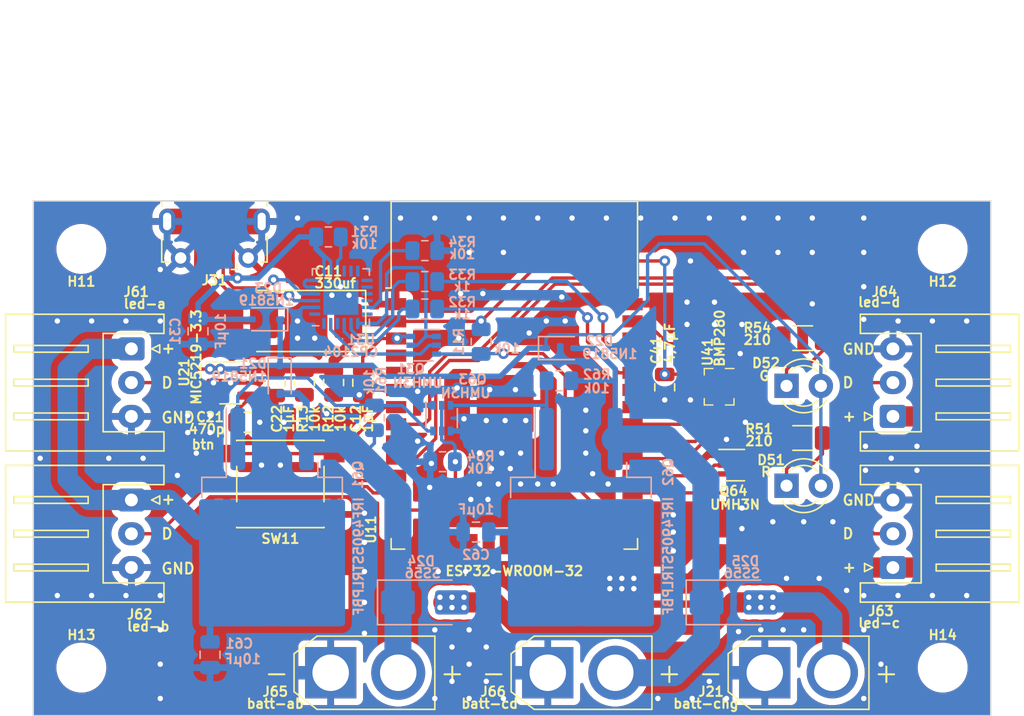
<source format=kicad_pcb>
(kicad_pcb (version 20221018) (generator pcbnew)
  (layers (0 "F.Cu" signal) (31 "B.Cu" signal) (34 "B.Paste" user) (35 "F.Paste" user) (36 "B.SilkS" user "B.Silkscreen") (37 "F.SilkS" user "F.Silkscreen") (38 "B.Mask" user) (39 "F.Mask" user) (44 "Edge.Cuts" user))
  (net 0 "")
  (net 1 "+3.3V")
  (net 2 "GND")
  (net 3 "/s-en")
  (net 4 "Net-(U21-BP)")
  (net 5 "VBUS")
  (net 6 "/v-led-ab")
  (net 7 "+5V")
  (net 8 "/v-led-cd")
  (net 9 "Net-(D51-K)")
  (net 10 "Net-(D52-K)")
  (net 11 "Net-(J31-D-)")
  (net 12 "Net-(J31-D+)")
  (net 14 "/ldata-a")
  (net 15 "/ldata-b")
  (net 16 "/ldata-c")
  (net 17 "/ldata-d")
  (net 18 "/s-boot")
  (net 19 "Net-(Q31A-B1)")
  (net 20 "Net-(Q31A-E1)")
  (net 21 "Net-(Q61-G)")
  (net 22 "/btn")
  (net 23 "Net-(U31-~{RST})")
  (net 24 "Net-(U31-TXD)")
  (net 25 "/s-rx")
  (net 26 "Net-(U31-RXD)")
  (net 27 "/s-tx")
  (net 28 "Net-(U31-SUSPEND)")
  (net 29 "/led-r")
  (net 30 "/led-g")
  (net 31 "leden")
  (net 47 "/bmp280-cs")
  (net 48 "/spi-clk")
  (net 49 "/spi-miso")
  (net 51 "i2c-sda")
  (net 52 "i2c-scl")
  (net 53 "/spi-mosi")
  (net 55 "+BATT-AB")
  (net 56 "+BATT-CD")
  (net 57 "Net-(D24-A)")
  (net 59 "Net-(U31-VDD)")
  (net 69 "Net-(Q62-G)")
  (net 70 "Net-(Q64A-C1)")
  (net 71 "Net-(Q64B-C2)")
  (footprint "Resistor_SMD:R_0805_2012Metric" (layer "F.Cu") (at 123.698 55.352 -90)
    (fp_text reference "R13")
    (fp_text value "10k")
  )
  (footprint "MountingHole:MountingHole_3.2mm_M3" (layer "F.Cu") (at 170.942 45.466)
    (fp_text reference "H12")
    (fp_text value "MountingHole" hide)
  )
  (footprint "Capacitor_Tantalum_SMD:CP_EIA-7343-20_Kemet-V" (layer "F.Cu") (at 123.825 50.8 180)
    (fp_text reference "C11")
    (fp_text value "330uf")
  )
  (footprint "Package_TO_SOT_SMD:SOT-23-5" (layer "F.Cu") (at 118.2425 55.372)
    (fp_text reference "U21")
    (fp_text value "MIC5219-3.3")
  )
  (footprint "Button_Switch_SMD:SW_Push_1P1T_NO_6x6mm_H9.5mm" (layer "F.Cu") (at 121.92 62.865 180)
    (fp_text reference "SW11")
    (fp_text value "btn")
  )
  (footprint "Package_TO_SOT_SMD:SOT-363_SC-70-6" (layer "F.Cu") (at 155.575 61.468)
    (fp_text reference "Q64")
    (fp_text value "UMH3N")
  )
  (footprint "MountingHole:MountingHole_3.2mm_M3" (layer "F.Cu") (at 170.942 76.454)
    (fp_text reference "H14")
    (fp_text value "MountingHole" hide)
  )
  (footprint "Connector_JST:JST_XH_S3B-XH-A_1x03_P2.50mm_Horizontal" (layer "F.Cu") (at 167.259 69.048 90)
    (fp_text reference "J63")
    (fp_text value "led-c")
  )
  (footprint "Capacitor_SMD:C_0805_2012Metric" (layer "F.Cu") (at 150.368 55.705 -90)
    (fp_text reference "C41")
    (fp_text value "4,7μF")
  )
  (footprint "MountingHole:MountingHole_3.2mm_M3" (layer "F.Cu") (at 107.188 76.454)
    (fp_text reference "H13")
    (fp_text value "MountingHole" hide)
  )
  (footprint "Connector_JST:JST_XH_S3B-XH-A_1x03_P2.50mm_Horizontal" (layer "F.Cu") (at 110.892 64.048 -90)
    (fp_text reference "J62")
    (fp_text value "led-b")
  )
  (footprint "Capacitor_SMD:C_0805_2012Metric" (layer "F.Cu") (at 128.016 55.372 -90)
    (fp_text reference "C12")
    (fp_text value "1μF")
  )
  (footprint "RF_Module:ESP32-WROOM-32" (layer "F.Cu") (at 139.237 57.805)
    (fp_text reference "U11")
    (fp_text value "ESP32-WROOM-32")
  )
  (footprint "Package_LGA:Bosch_LGA-8_2x2.5mm_P0.65mm_ClockwisePinNumbering" (layer "F.Cu") (at 154.394 55.667 -90)
    (fp_text reference "U41")
    (fp_text value "BMP280")
  )
  (footprint "LED_THT:LED_D3.0mm" (layer "F.Cu") (at 159.385 55.6006)
    (fp_text reference "D52")
    (fp_text value "G")
  )
  (footprint "Connector_AMASS:AMASS_XT30U-F_1x02_P5.0mm_Vertical" (layer "F.Cu") (at 125.643 76.835)
    (fp_text reference "J65")
    (fp_text value "batt-ab")
  )
  (footprint "MountingHole:MountingHole_3.2mm_M3" (layer "F.Cu") (at 107.188 45.466)
    (fp_text reference "H11")
    (fp_text value "MountingHole" hide)
  )
  (footprint "Connector_AMASS:AMASS_XT30U-F_1x02_P5.0mm_Vertical" (layer "F.Cu") (at 141.7104 76.835)
    (fp_text reference "J66")
    (fp_text value "batt-cd")
  )
  (footprint "Connector_JST:JST_XH_S3B-XH-A_1x03_P2.50mm_Horizontal" (layer "F.Cu") (at 167.259 57.86 90)
    (fp_text reference "J64")
    (fp_text value "led-d")
  )
  (footprint "Capacitor_SMD:C_0805_2012Metric" (layer "F.Cu") (at 121.539 55.372 -90)
    (fp_text reference "C22")
    (fp_text value "1μF")
  )
  (footprint "Connector_JST:JST_XH_S3B-XH-A_1x03_P2.50mm_Horizontal" (layer "F.Cu") (at 110.892 52.86 -90)
    (fp_text reference "J61")
    (fp_text value "led-a")
  )
  (footprint "LED_THT:LED_D3.0mm" (layer "F.Cu") (at 159.385 62.9901)
    (fp_text reference "D51")
    (fp_text value "R")
  )
  (footprint "Resistor_SMD:R_1206_3216Metric" (layer "F.Cu") (at 160.5788 59.4595)
    (fp_text reference "R51")
    (fp_text value "210")
  )
  (footprint "Capacitor_SMD:C_0805_2012Metric" (layer "F.Cu") (at 119.507 58.293)
    (fp_text reference "C21")
    (fp_text value "470p")
  )
  (footprint "Resistor_SMD:R_0805_2012Metric" (layer "F.Cu") (at 125.8625 55.352 -90)
    (fp_text reference "R12")
    (fp_text value "10k")
  )
  (footprint "Resistor_SMD:R_1206_3216Metric" (layer "F.Cu") (at 160.5788 52.07)
    (fp_text reference "R54")
    (fp_text value "210")
  )
  (footprint "Connector_AMASS:AMASS_XT30U-M_1x02_P5.0mm_Vertical" (layer "F.Cu") (at 157.774 76.835)
    (fp_text reference "J21")
    (fp_text value "batt-chg")
  )
  (footprint "Connector_USB:USB_Micro-B_Molex-105017-0001" (layer "F.Cu") (at 117.038 44.6715 180)
    (fp_text reference "J31")
    (fp_text value "USB_B_Micro" hide)
  )
  (footprint "Resistor_SMD:R_0805_2012Metric" (layer "B.Cu") (at 136.779 52.324 -90)
    (fp_text reference "R11")
    (fp_text value "10k")
  )
  (footprint "Resistor_SMD:R_0805_2012Metric" (layer "B.Cu") (at 128.8796 57.967 -90)
    (fp_text reference "R61")
    (fp_text value "10k")
  )
  (footprint "Package_DFN_QFN:QFN-24-1EP_4x4mm_P0.5mm_EP2.6x2.6mm" (layer "B.Cu") (at 126.3975 49.042)
    (fp_text reference "U31")
    (fp_text value "CP2104")
  )
  (footprint "Diode_SMD:D_SMA" (layer "B.Cu") (at 155.4668 71.628)
    (fp_text reference "D25")
    (fp_text value "SS56")
  )
  (footprint "Diode_SMD:D_SMA" (layer "B.Cu") (at 132.62 71.628)
    (fp_text reference "D24")
    (fp_text value "SS56")
  )
  (footprint "Diode_SMD:D_SOD-323" (layer "B.Cu") (at 121.8692 55.1348 -90)
    (fp_text reference "D21")
    (fp_text value "1N5819")
  )
  (footprint "Resistor_SMD:R_0805_2012Metric" (layer "B.Cu") (at 132.6115 45.593 180)
    (fp_text reference "R34")
    (fp_text value "10k")
  )
  (footprint "Package_TO_SOT_SMD:TO-263-2" (layer "B.Cu") (at 144.164 67.195 -90)
    (fp_text reference "Q62")
    (fp_text value "IRF4905STRLPBF")
  )
  (footprint "Capacitor_SMD:C_0805_2012Metric" (layer "B.Cu") (at 136.398 66.421)
    (fp_text reference "C62")
    (fp_text value "10μF")
  )
  (footprint "Resistor_SMD:R_0805_2012Metric" (layer "B.Cu") (at 125.476 44.577 180)
    (fp_text reference "R31")
    (fp_text value "10k")
  )
  (footprint "Diode_SMD:D_SOD-323" (layer "B.Cu") (at 120.8532 50.673 180)
    (fp_text reference "D23")
    (fp_text value "1N5819")
  )
  (footprint "Capacitor_SMD:C_0805_2012Metric" (layer "B.Cu") (at 115.824 51.562 -90)
    (fp_text reference "C31")
    (fp_text value "10μF")
  )
  (footprint "Package_TO_SOT_SMD:SOT-363_SC-70-6" (layer "B.Cu") (at 133.858 57.9905 -90)
    (fp_text reference "Q63")
    (fp_text value "UMH3N")
  )
  (footprint "Resistor_SMD:R_0805_2012Metric" (layer "B.Cu") (at 142.5429 55.2196)
    (fp_text reference "R62")
    (fp_text value "10k")
  )
  (footprint "Capacitor_SMD:C_0805_2012Metric" (layer "B.Cu") (at 116.713 75.504 -90)
    (fp_text reference "C61")
    (fp_text value "10μF")
  )
  (footprint "Package_TO_SOT_SMD:TO-263-2" (layer "B.Cu") (at 121.304 67.195 -90)
    (fp_text reference "Q61")
    (fp_text value "IRF4905STRLPBF")
  )
  (footprint "Resistor_SMD:R_0805_2012Metric" (layer "B.Cu") (at 133.924 61.214 180)
    (fp_text reference "R64")
    (fp_text value "10k")
  )
  (footprint "Package_TO_SOT_SMD:SOT-363_SC-70-6" (layer "B.Cu") (at 132.522 52.593 180)
    (fp_text reference "Q31")
    (fp_text value "UMH3N")
  )
  (footprint "Resistor_SMD:R_0805_2012Metric" (layer "B.Cu") (at 132.6115 49.911 180)
    (fp_text reference "R32")
    (fp_text value "1k")
  )
  (footprint "Diode_SMD:D_SOD-323" (layer "B.Cu") (at 142.6359 52.8066)
    (fp_text reference "D22")
    (fp_text value "1N5819")
  )
  (footprint "Resistor_SMD:R_0805_2012Metric" (layer "B.Cu") (at 132.6115 47.879 180)
    (fp_text reference "R33")
    (fp_text value "1k")
  )
  (gr_line (start 103.632 41.91) (end 103.632 80.01) (stroke (width 0.1)) (layer "Edge.Cuts"))
  (gr_line (start 103.632 80.01) (end 174.498 80.01) (stroke (width 0.1)) (layer "Edge.Cuts"))
  (gr_line (start 174.498 80.01) (end 174.498 41.91) (stroke (width 0.1)) (layer "Edge.Cuts"))
  (gr_line (start 174.498 41.91) (end 103.632 41.91) (stroke (width 0.1)) (layer "Edge.Cuts"))
  (gr_text "rwled-v0.1" (at 116.332 71.628) (layer "F.Cu") (effects (font (size 1.2 1.2) (thickness 0.3) bold) (justify left bottom)))
  (gr_text "+\n\nD\n\nGND" (at 113.03 58.42) (layer "F.SilkS") (effects (font (size 0.8 0.8) (thickness 0.15) bold) (justify left bottom)))
  (gr_text "+\n\nD\n\nGND" (at 113.03 69.596) (layer "F.SilkS") (effects (font (size 0.8 0.8) (thickness 0.15) bold) (justify left bottom)))
  (gr_text "GND\n\nD\n\n+" (at 163.449 58.293) (layer "F.SilkS") (effects (font (size 0.77 0.77) (thickness 0.15) bold) (justify left bottom)))
  (gr_text "GND\n\nD\n\n+" (at 163.449 69.469) (layer "F.SilkS") (effects (font (size 0.77 0.77) (thickness 0.15) bold) (justify left bottom)))
  (segment (start 119.38 54.422) (end 121.539 54.422) (width 0.5) (layer "F.Cu") (net 1))
  (segment (start 153.594 54.692) (end 153.997 54.692) (width 0.25) (layer "F.Cu") (net 1))
  (segment (start 126.9375 52.6405) (end 126.9375 50.8) (width 0.75) (layer "F.Cu") (net 1))
  (segment (start 125.8625 54.4395) (end 125.8625 53.7155) (width 0.75) (layer "F.Cu") (net 1))
  (segment (start 150.477 54.864) (end 150.368 54.755) (width 0.25) (layer "F.Cu") (net 1))
  (segment (start 150.368 54.755) (end 150.368 54.737) (width 0.25) (layer "F.Cu") (net 1))
  (segment (start 136.804 50.8) (end 141.249 46.355) (width 0.25) (layer "F.Cu") (net 1))
  (segment (start 154.169 55.753) (end 154.169 54.864) (width 0.25) (layer "F.Cu") (net 1))
  (segment (start 130.487 50.825) (end 126.9625 50.825) (width 0.75) (layer "F.Cu") (net 1))
  (segment (start 153.594 54.692) (end 151.683 54.692) (width 0.25) (layer "F.Cu") (net 1))
  (segment (start 126.9625 50.825) (end 126.9375 50.8) (width 0.75) (layer "F.Cu") (net 1))
  (segment (start 150.35 54.737) (end 150.368 54.755) (width 0.25) (layer "F.Cu") (net 1))
  (segment (start 141.249 46.355) (end 150.368 46.355) (width 0.25) (layer "F.Cu") (net 1))
  (segment (start 153.594 55.992) (end 153.93 55.992) (width 0.25) (layer "F.Cu") (net 1))
  (segment (start 151.638 54.737) (end 150.368 54.737) (width 0.25) (layer "F.Cu") (net 1))
  (segment (start 130.487 50.825) (end 136.779 50.825) (width 0.25) (layer "F.Cu") (net 1))
  (segment (start 123.698 54.4395) (end 125.8625 54.4395) (width 0.5) (layer "F.Cu") (net 1))
  (segment (start 123.6805 54.422) (end 123.698 54.4395) (width 0.5) (layer "F.Cu") (net 1))
  (segment (start 136.779 50.825) (end 136.779 50.8) (width 0.25) (layer "F.Cu") (net 1))
  (segment (start 125.8625 53.7155) (end 126.9375 52.6405) (width 0.75) (layer "F.Cu") (net 1))
  (segment (start 153.93 55.992) (end 154.169 55.753) (width 0.25) (layer "F.Cu") (net 1))
  (segment (start 153.997 54.692) (end 154.169 54.864) (width 0.25) (layer "F.Cu") (net 1))
  (segment (start 136.779 50.8) (end 136.804 50.8) (width 0.25) (layer "F.Cu") (net 1))
  (segment (start 151.683 54.692) (end 151.638 54.737) (width 0.25) (layer "F.Cu") (net 1))
  (segment (start 121.539 54.422) (end 123.6805 54.422) (width 0.5) (layer "F.Cu") (net 1))
  (segment (start 136.779 50.825) (end 136.779 50.825) (width 0.25) (layer "F.Cu") (net 1))
  (segment (start 150.368 54.737) (end 150.35 54.737) (width 0.25) (layer "F.Cu") (net 1))
  (via (at 150.368 46.355) (size 0.8) (drill 0.4) (layers "F.Cu" "B.Cu") (net 1))
  (via (at 136.779 50.8) (size 0.8) (drill 0.4) (layers "F.Cu" "B.Cu") (net 1))
  (via (at 150.368 54.737) (size 0.8) (drill 0.4) (layers "F.Cu" "B.Cu") (net 1))
  (segment (start 136.779 50.8) (end 136.779 51.4115) (width 0.25) (layer "B.Cu") (net 1))
  (segment (start 150.368 46.355) (end 150.368 54.737) (width 0.25) (layer "B.Cu") (net 1))
  (segment (start 128.016 57.404) (end 128.016 56.322) (width 0.25) (layer "F.Cu") (net 2))
  (segment (start 141.7104 76.835) (end 138.303 76.835) (width 1) (layer "F.Cu") (net 2))
  (segment (start 152.273 55.88) (end 152.273 56.642) (width 0.25) (layer "F.Cu") (net 2))
  (segment (start 155.194 54.692) (end 155.702 54.692) (width 0.25) (layer "F.Cu") (net 2))
  (segment (start 125.643 76.835) (end 122.555 76.835) (width 1) (layer "F.Cu") (net 2))
  (segment (start 115.738 46.134) (end 115.738 47.711) (width 0.4) (layer "F.Cu") (net 2))
  (segment (start 125.349 57.658) (end 127.762 57.658) (width 0.25) (layer "F.Cu") (net 2))
  (segment (start 155.956 53.213) (end 155.956 54.438) (width 0.25) (layer "F.Cu") (net 2))
  (segment (start 155.956 54.438) (end 155.702 54.692) (width 0.25) (layer "F.Cu") (net 2))
  (segment (start 154.625 60.818) (end 153.558 60.818) (width 0.25) (layer "F.Cu") (net 2))
  (segment (start 152.811 55.342) (end 152.273 55.88) (width 0.25) (layer "F.Cu") (net 2))
  (segment (start 127.762 57.658) (end 128.016 57.404) (width 0.25) (layer "F.Cu") (net 2))
  (segment (start 157.774 76.835) (end 154.559 76.835) (width 1) (layer "F.Cu") (net 2))
  (segment (start 121.539 57.658) (end 122.174 58.293) (width 0.5) (layer "F.Cu") (net 2))
  (segment (start 157.465 62.118) (end 156.525 62.118) (width 0.25) (layer "F.Cu") (net 2))
  (segment (start 153.594 55.342) (end 152.811 55.342) (width 0.25) (layer "F.Cu") (net 2))
  (segment (start 121.539 56.322) (end 121.539 57.658) (width 0.5) (layer "F.Cu") (net 2))
  (via (at 111.76 60.96) (size 0.8) (drill 0.4) (layers "F.Cu" "B.Cu") (net 2))
  (via (at 167.132 60.96) (size 0.8) (drill 0.4) (layers "F.Cu" "B.Cu") (net 2))
  (via (at 165.227 61.849) (size 0.8) (drill 0.4) (layers "F.Cu" "B.Cu") (net 2))
  (via (at 141.605 50.8) (size 0.8) (drill 0.4) (layers "F.Cu" "B.Cu") (net 2))
  (via (at 172.72 50.8) (size 0.8) (drill 0.4) (layers "F.Cu" "B.Cu") (net 2))
  (via (at 151.13 43.18) (size 0.8) (drill 0.4) (layers "F.Cu" "B.Cu") (net 2))
  (via (at 121.92 61.468) (size 0.8) (drill 0.4) (layers "F.Cu" "B.Cu") (net 2))
  (via (at 135.89 43.18) (size 0.8) (drill 0.4) (layers "F.Cu" "B.Cu") (net 2))
  (via (at 169.037 61.849) (size 0.8) (drill 0.4) (layers "F.Cu" "B.Cu") (net 2))
  (via (at 138.43 78.74) (size 0.8) (drill 0.4) (layers "F.Cu" "B.Cu") (net 2))
  (via (at 165.1 50.673) (size 0.8) (drill 0.4) (layers "F.Cu" "B.Cu") (net 2))
  (via (at 169.037 60.071) (size 0.8) (drill 0.4) (layers "F.Cu" "B.Cu") (net 2))
  (via (at 139.7 62.865) (size 0.8) (drill 0.4) (layers "F.Cu" "B.Cu") (net 2))
  (via (at 105.41 71.12) (size 0.8) (drill 0.4) (layers "F.Cu" "B.Cu") (net 2))
  (via (at 155.956 53.213) (size 0.8) (drill 0.4) (layers "F.Cu" "B.Cu") (net 2))
  (via (at 158.369 65.659) (size 0.8) (drill 0.4) (layers "F.Cu" "B.Cu") (net 2))
  (via (at 116.967 55.372) (size 0.8) (drill 0.4) (layers "F.Cu" "B.Cu") (net 2))
  (via (at 133.35 78.74) (size 0.8) (drill 0.4) (layers "F.Cu" "B.Cu") (net 2))
  (via (at 135.001 55.753) (size 0.8) (drill 0.4) (layers "F.Cu" "B.Cu") (net 2))
  (via (at 159.131 73.66) (size 0.8) (drill 0.4) (layers "F.Cu" "B.Cu") (net 2))
  (via (at 116.713 57.785) (size 0.8) (drill 0.4) (layers "F.Cu" "B.Cu") (net 2))
  (via (at 109.22 60.96) (size 0.8) (drill 0.4) (layers "F.Cu" "B.Cu") (net 2))
  (via (at 138.557 58.166) (size 0.8) (drill 0.4) (layers "F.Cu" "B.Cu") (net 2))
  (via (at 127.762 56.261) (size 0.8) (drill 0.4) (layers "F.Cu" "B.Cu") (net 2))
  (via (at 126.365 48.26) (size 0.8) (drill 0.4) (layers "F.Cu" "B.Cu") (net 2))
  (via (at 137.414 55.88) (size 0.8) (drill 0.4) (layers "F.Cu" "B.Cu") (net 2))
  (via (at 133.35 73.66) (size 0.8) (drill 0.4) (layers "F.Cu" "B.Cu") (net 2))
  (via (at 142.748 49.022) (size 0.8) (drill 0.4) (layers "F.Cu" "B.Cu") (net 2))
  (via (at 128.143 65.024) (size 0.8) (drill 0.4) (layers "F.Cu" "B.Cu") (net 2))
  (via (at 156.21 45.72) (size 0.8) (drill 0.4) (layers "F.Cu" "B.Cu") (net 2))
  (via (at 123.19 50.8) (size 0.8) (drill 0.4) (layers "F.Cu" "B.Cu") (net 2))
  (via (at 167.64 71.12) (size 0.8) (drill 0.4) (layers "F.Cu" "B.Cu") (net 2))
  (via (at 153.67 77.47) (size 0.8) (drill 0.4) (layers "F.Cu" "B.Cu") (net 2))
  (via (at 161.29 43.18) (size 0.8) (drill 0.4) (layers "F.Cu" "B.Cu") (net 2))
  (via (at 156.337 58.293) (size 0.8) (drill 0.4) (layers "F.Cu" "B.Cu") (net 2))
  (via (at 136.906 48.768) (size 0.8) (drill 0.4) (layers "F.Cu" "B.Cu") (net 2))
  (via (at 165.1 43.18) (size 0.8) (drill 0.4) (layers "F.Cu" "B.Cu") (net 2))
  (via (at 156.083 51.054) (size 0.8) (drill 0.4) (layers "F.Cu" "B.Cu") (net 2))
  (via (at 125.349 57.658) (size 0.8) (drill 0.4) (layers "F.Cu" "B.Cu") (net 2))
  (via (at 110.49 71.12) (size 0.8) (drill 0.4) (layers "F.Cu" "B.Cu") (net 2))
  (via (at 158.75 43.18) (size 0.8) (drill 0.4) (layers "F.Cu" "B.Cu") (net 2))
  (via (at 142.113 62.865) (size 0.8) (drill 0.4) (layers "F.Cu" "B.Cu") (net 2))
  (via (at 133.096 61.341) (size 0.8) (drill 0.4) (layers "F.Cu" "B.Cu") (net 2))
  (via (at 151.003 67.818) (size 0.8) (drill 0.4) (layers "F.Cu" "B.Cu") (net 2))
  (via (at 152.4 78.74) (size 0.8) (drill 0.4) (layers "F.Cu" "B.Cu") (net 2))
  (via (at 134.62 77.47) (size 0.8) (drill 0.4) (layers "F.Cu" "B.Cu") (net 2))
  (via (at 132.08 59.69) (size 0.8) (drill 0.4) (layers "F.Cu" "B.Cu") (net 2))
  (via (at 160.655 65.659) (size 0.8) (drill 0.4) (layers "F.Cu" "B.Cu") (net 2))
  (via (at 107.95 50.8) (size 0.8) (drill 0.4) (layers "F.Cu" "B.Cu") (net 2))
  (via (at 128.143 71.628) (size 0.8) (drill 0.4) (layers "F.Cu" "B.Cu") (net 2))
  (via (at 132.969 63.119) (size 0.8) (drill 0.4) (layers "F.Cu" "B.Cu") (net 2))
  (via (at 115.062 57.785) (size 0.8) (drill 0.4) (layers "F.Cu" "B.Cu") (net 2))
  (via (at 144.526 58.928) (size 0.8) (drill 0.4) (layers "F.Cu" "B.Cu") (net 2))
  (via (at 139.7 60.579) (size 0.8) (drill 0.4) (layers "F.Cu" "B.Cu") (net 2))
  (via (at 150.368 56.642) (size 0.8) (drill 0.4) (layers "F.Cu" "B.Cu") (net 2))
  (via (at 138.049 62.865) (size 0.8) (drill 0.4) (layers "F.Cu" "B.Cu") (net 2))
  (via (at 161.29 45.72) (size 0.8) (drill 0.4) (layers "F.Cu" "B.Cu") (net 2))
  (via (at 152.273 46.355) (size 0.8) (drill 0.4) (layers "F.Cu" "B.Cu") (net 2))
  (via (at 155.829 73.787) (size 0.8) (drill 0.4) (layers "F.Cu" "B.Cu") (net 2))
  (via (at 135.509 58.039) (size 0.8) (drill 0.4) (layers "F.Cu" "B.Cu") (net 2))
  (via (at 115.062 59.055) (size 0.8) (drill 0.4) (layers "F.Cu" "B.Cu") (net 2))
  (via (at 154.94 78.74) (size 0.8) (drill 0.4) (layers "F.Cu" "B.Cu") (net 2))
  (via (at 156.21 43.18) (size 0.8) (drill 0.4) (layers "F.Cu" "B.Cu") (net 2))
  (via (at 128.143 69.342) (size 0.8) (drill 0.4) (layers "F.Cu" "B.Cu") (net 2))
  (via (at 151.003 66.421) (size 0.8) (drill 0.4) (layers "F.Cu" "B.Cu") (net 2))
  (via (at 113.03 78.74) (size 0.8) (drill 0.4) (layers "F.Cu" "B.Cu") (net 2))
  (via (at 144.526 60.579) (size 0.8) (drill 0.4) (layers "F.Cu" "B.Cu") (net 2))
  (via (at 133.604 69.342) (size 0.8) (drill 0.4) (layers "F.Cu" "B.Cu") (net 2))
  (via (at 140.97 43.18) (size 0.8) (drill 0.4) (layers "F.Cu" "B.Cu") (net 2))
  (via (at 120.523 61.468) (size 0.8) (drill 0.4) (layers "F.Cu" "B.Cu") (net 2))
  (via (at 145.034 62.103) (size 0.8) (drill 0.4) (layers "F.Cu" "B.Cu") (net 2))
  (via (at 138.938 61.722) (size 0.8) (drill 0.4) (layers "F.Cu" "B.Cu") (net 2))
  (via (at 172.72 71.12) (size 0.8) (drill 0.4) (layers "F.Cu" "B.Cu") (net 2))
  (via (at 124.46 52.07) (size 0.8) (drill 0.4) (layers "F.Cu" "B.Cu") (net 2))
  (via (at 152.019 49.403) (size 0.8) (drill 0.4) (layers "F.Cu" "B.Cu") (net 2))
  (via (at 138.43 43.18) (size 0.8) (drill 0.4) (layers "F.Cu" "B.Cu") (net 2))
  (via (at 113.03 46.99) (size 0.8) (drill 0.4) (layers "F.Cu" "B.Cu") (net 2))
  (via (at 125.73 48.895) (size 0.8) (drill 0.4) (layers "F.Cu" "B.Cu") (net 2))
  (via (at 138.43 45.72) (size 0.8) (drill 0.4) (layers "F.Cu" "B.Cu") (net 2))
  (via (at 134.62 74.93) (size 0.8) (drill 0.4) (layers "F.Cu" "B.Cu") (net 2))
  (via (at 144.526 57.404) (size 0.8) (drill 0.4) (layers "F.Cu" "B.Cu") (net 2))
  (via (at 136.652 60.579) (size 0.8) (drill 0.4) (layers "F.Cu" "B.Cu") (net 2))
  (via (at 135.89 73.66) (size 0.8) (drill 0.4) (layers "F.Cu" "B.Cu") (net 2))
  (via (at 122.174 58.293) (size 0.8) (drill 0.4) (layers "F.Cu" "B.Cu") (net 2))
  (via (at 156.083 64.643) (size 0.8) (drill 0.4) (layers "F.Cu" "B.Cu") (net 2))
  (via (at 152.273 56.642) (size 0.8) (drill 0.4) (layers "F.Cu" "B.Cu") (net 2))
  (via (at 136.652 62.865) (size 0.8) (drill 0.4) (layers "F.Cu" "B.Cu") (net 2))
  (via (at 165.1 78.74) (size 0.8) (drill 0.4) (layers "F.Cu" "B.Cu") (net 2))
  (via (at 113.03 76.2) (size 0.8) (drill 0.4) (layers "F.Cu" "B.Cu") (net 2))
  (via (at 163.83 70.739) (size 0.8) (drill 0.4) (layers "F.Cu" "B.Cu") (net 2))
  (via (at 170.18 50.8) (size 0.8) (drill 0.4) (layers "F.Cu" "B.Cu") (net 2))
  (via (at 113.03 73.66) (size 0.8) (drill 0.4) (layers "F.Cu" "B.Cu") (net 2))
  (via (at 135.128 52.07) (size 0.8) (drill 0.4) (layers "F.Cu" "B.Cu") (net 2))
  (via (at 143.002 50.8) (size 0.8) (drill 0.4) (layers "F.Cu" "B.Cu") (net 2))
  (via (at 113.03 71.12) (size 0.8) (drill 0.4) (layers "F.Cu" "B.Cu") (net 2))
  (via (at 114.3 62.23) (size 0.8) (drill 0.4) (layers "F.Cu" "B.Cu") (net 2))
  (via (at 128.27 43.18) (size 0.8) (drill 0.4) (layers "F.Cu" "B.Cu") (net 2))
  (via (at 132.08 56.007) (size 0.8) (drill 0.4) (layers "F.Cu" "B.Cu") (net 2))
  (via (at 146.177 62.865) (size 0.8) (drill 0.4) (layers "F.Cu" "B.Cu") (net 2))
  (via (at 127 48.895) (size 0.8) (drill 0.4) (layers "F.Cu" "B.Cu") (net 2))
  (via (at 135.636 69.342) (size 0.8) (drill 0.4) (layers "F.Cu" "B.Cu") (net 2))
  (via (at 135.255 48.768) (size 0.8) (drill 0.4) (layers "F.Cu" "B.Cu") (net 2))
  (via (at 165.227 60.071) (size 0.8) (drill 0.4) (layers "F.Cu" "B.Cu") (net 2))
  (via (at 140.081 58.166) (size 0.8) (drill 0.4) (layers "F.Cu" "B.Cu") (net 2))
  (via (at 104.14 60.96) (size 0.8) (drill 0.4) (layers "F.Cu" "B.Cu") (net 2))
  (via (at 133.35 43.18) (size 0.8) (drill 0.4) (layers "F.Cu" "B.Cu") (net 2))
  (via (at 137.668 69.342) (size 0.8) (drill 0.4) (layers "F.Cu" "B.Cu") (net 2))
  (via (at 110.49 50.8) (size 0.8) (drill 0.4) (layers "F.Cu" "B.Cu") (net 2))
  (via (at 137.16 74.93) (size 0.8) (drill 0.4) (layers "F.Cu" "B.Cu") (net 2))
  (via (at 118.237 55.372) (size 0.8) (drill 0.4) (layers "F.Cu" "B.Cu") (net 2))
  (via (at 137.16 58.166) (size 0.8) (drill 0.4) (layers "F.Cu" "B.Cu") (net 2))
  (via (at 165.1 73.66) (size 0.8) (drill 0.4) (layers "F.Cu" "B.Cu") (net 2))
  (via (at 123.19 52.07) (size 0.8) (drill 0.4) (layers "F.Cu" "B.Cu") (net 2))
  (via (at 167.64 50.8) (size 0.8) (drill 0.4) (layers "F.Cu" "B.Cu") (net 2))
  (via (at 162.814 65.659) (size 0.8) (drill 0.4) (layers "F.Cu" "B.Cu") (net 2))
  (via (at 161.798 69.85) (size 0.8) (drill 0.4) (layers "F.Cu" "B.Cu") (net 2))
  (via (at 128.143 73.914) (size 0.8) (drill 0.4) (layers "F.Cu" "B.Cu") (net 2))
  (via (at 135.89 45.72) (size 0.8) (drill 0.4) (layers "F.Cu" "B.Cu") (net 2))
  (via (at 135.89 78.74) (size 0.8) (drill 0.4) (layers "F.Cu" "B.Cu") (net 2))
  (via (at 138.303 60.579) (size 0.8) (drill 0.4) (layers "F.Cu" "B.Cu") (net 2))
  (via (at 105.41 50.8) (size 0.8) (drill 0.4) (layers "F.Cu" "B.Cu") (net 2))
  (via (at 161.29 49.53) (size 0.8) (drill 0.4) (layers "F.Cu" "B.Cu") (net 2))
  (via (at 146.05 43.18) (size 0.8) (drill 0.4) (layers "F.Cu" "B.Cu") (net 2))
  (via (at 154.051 51.054) (size 0.8) (drill 0.4) (layers "F.Cu" "B.Cu") (net 2))
  (via (at 139.319 55.88) (size 0.8) (drill 0.4) (layers "F.Cu" "B.Cu") (net 2))
  (via (at 170.18 71.12) (size 0.8) (drill 0.4) (layers "F.Cu" "B.Cu") (net 2))
  (via (at 136.017 64.008) (size 0.8) (drill 0.4) (layers "F.Cu" "B.Cu") (net 2))
  (via (at 166.37 76.2) (size 0.8) (drill 0.4) (layers "F.Cu" "B.Cu") (net 2))
  (via (at 137.541 61.722) (size 0.8) (drill 0.4) (layers "F.Cu" "B.Cu") (net 2))
  (via (at 135.89 76.2) (size 0.8) (drill 0.4) (layers "F.Cu" "B.Cu") (net 2))
  (via (at 116.713 59.055) (size 0.8) (drill 0.4) (layers "F.Cu" "B.Cu") (net 2))
  (via (at 149.86 78.74) (size 0.8) (drill 0.4) (layers "F.Cu" "B.Cu") (net 2))
  (via (at 143.51 43.18) (size 0.8) (drill 0.4) (layers "F.Cu" "B.Cu") (net 2))
  (via (at 157.48 73.66) (size 0.8) (drill 0.4) (layers "F.Cu" "B.Cu") (net 2))
  (via (at 156.083 66.167) (size 0.8) (drill 0.4) (layers "F.Cu" "B.Cu") (net 2))
  (via (at 165.1 48.26) (size 0.8) (drill 0.4) (layers "F.Cu" "B.Cu") (net 2))
  (via (at 165.1 71.12) (size 0.8) (drill 0.4) (layers "F.Cu" "B.Cu") (net 2))
  (via (at 154.94 59.563) (size 0.8) (drill 0.4) (layers "F.Cu" "B.Cu") (net 2))
  (via (at 137.287 64.008) (size 0.8) (drill 0.4) (layers "F.Cu" "B.Cu") (net 2))
  (via (at 151.003 65.151) (size 0.8) (drill 0.4) (layers "F.Cu" "B.Cu") (net 2))
  (via (at 158.75 45.72) (size 0.8) (drill 0.4) (layers "F.Cu" "B.Cu") (net 2))
  (via (at 130.81 43.18) (size 0.8) (drill 0.4) (layers "F.Cu" "B.Cu") (net 2))
  (via (at 153.67 43.18) (size 0.8) (drill 0.4) (layers "F.Cu" "B.Cu") (net 2))
  (via (at 137.16 77.47) (size 0.8) (drill 0.4) (layers "F.Cu" "B.Cu") (net 2))
  (via (at 128.143 67.183) (size 0.8) (drill 0.4) (layers "F.Cu" "B.Cu") (net 2))
  (via (at 113.03 50.8) (size 0.8) (drill 0.4) (layers "F.Cu" "B.Cu") (net 2))
  (via (at 165.1 45.72) (size 0.8) (drill 0.4) (layers "F.Cu" "B.Cu") (net 2))
  (via (at 115.697 60.579) (size 0.8) (drill 0.4) (layers "F.Cu" "B.Cu") (net 2))
  (via (at 107.95 71.12) (size 0.8) (drill 0.4) (layers "F.Cu" "B.Cu") (net 2))
  (via (at 154.051 49.403) (size 0.8) (drill 0.4) (layers "F.Cu" "B.Cu") (net 2))
  (via (at 140.335 51.689) (size 0.8) (drill 0.4) (layers "F.Cu" "B.Cu") (net 2))
  (via (at 159.385 69.85) (size 0.8) (drill 0.4) (layers "F.Cu" "B.Cu") (net 2))
  (via (at 120.396 58.293) (size 0.8) (drill 0.4) (layers "F.Cu" "B.Cu") (net 2))
  (via (at 140.97 62.865) (size 0.8) (drill 0.4) (layers "F.Cu" "B.Cu") (net 2))
  (via (at 160.655 73.66) (size 0.8) (drill 0.4) (layers "F.Cu" "B.Cu") (net 2))
  (via (at 123.19 43.18) (size 0.8) (drill 0.4) (layers "F.Cu" "B.Cu") (net 2))
  (via (at 148.59 43.18) (size 0.8) (drill 0.4) (layers "F.Cu" "B.Cu") (net 2))
  (via (at 152.019 51.054) (size 0.8) (drill 0.4) (layers "F.Cu" "B.Cu") (net 2))
  (segment (start 135.2425 58.9405) (end 135.509 58.674) (width 0.25) (layer "B.Cu") (net 2))
  (segment (start 141.7104 76.835) (end 138.303 76.835) (width 1) (layer "B.Cu") (net 2))
  (segment (start 123.563 49.792) (end 123.19 50.165) (width 0.25) (layer "B.Cu") (net 2))
  (segment (start 123.19 50.165) (end 123.19 50.8) (width 0.25) (layer "B.Cu") (net 2))
  (segment (start 124.46 49.792) (end 123.563 49.792) (width 0.25) (layer "B.Cu") (net 2))
  (segment (start 132.08 56.007) (end 132.08 56.896) (width 0.25) (layer "B.Cu") (net 2))
  (segment (start 157.774 76.835) (end 154.559 76.835) (width 1) (layer "B.Cu") (net 2))
  (segment (start 135.509 58.674) (end 135.509 58.039) (width 0.25) (layer "B.Cu") (net 2))
  (segment (start 132.2245 57.0405) (end 133.208 57.0405) (width 0.25) (layer "B.Cu") (net 2))
  (segment (start 132.08 56.896) (end 132.2245 57.0405) (width 0.25) (layer "B.Cu") (net 2))
  (segment (start 125.643 76.835) (end 121.92 76.835) (width 1) (layer "B.Cu") (net 2))
  (segment (start 134.508 58.9405) (end 135.2425 58.9405) (width 0.25) (layer "B.Cu") (net 2))
  (segment (start 127.764 55.497) (end 128.016 55.245) (width 0.25) (layer "F.Cu") (net 3))
  (segment (start 128.016 53.467) (end 128.016 54.422) (width 0.25) (layer "F.Cu") (net 3))
  (segment (start 125.986 55.497) (end 127.764 55.497) (width 0.25) (layer "F.Cu") (net 3))
  (segment (start 125.8625 56.2645) (end 125.8625 55.6205) (width 0.25) (layer "F.Cu") (net 3))
  (segment (start 128.016 55.245) (end 128.016 54.422) (width 0.25) (layer "F.Cu") (net 3))
  (segment (start 125.8625 55.6205) (end 125.986 55.497) (width 0.25) (layer "F.Cu") (net 3))
  (segment (start 130.487 52.095) (end 129.388 52.095) (width 0.25) (layer "F.Cu") (net 3))
  (segment (start 129.388 52.095) (end 128.016 53.467) (width 0.25) (layer "F.Cu") (net 3))
  (via (at 130.556 52.07) (size 0.8) (drill 0.4) (layers "F.Cu" "B.Cu") (net 3))
  (segment (start 130.683 51.943) (end 130.556 52.07) (width 0.25) (layer "B.Cu") (net 3))
  (segment (start 131.572 51.943) (end 130.683 51.943) (width 0.25) (layer "B.Cu") (net 3))
  (segment (start 118.999 57.15) (end 118.745 57.15) (width 0.25) (layer "F.Cu") (net 4))
  (segment (start 118.557 57.343) (end 118.745 57.155) (width 0.25) (layer "F.Cu") (net 4))
  (segment (start 119.38 56.769) (end 118.999 57.15) (width 0.25) (layer "F.Cu") (net 4))
  (segment (start 118.745 57.155) (end 118.745 57.15) (width 0.25) (layer "F.Cu") (net 4))
  (segment (start 118.557 57.343) (end 118.557 58.293) (width 0.25) (layer "F.Cu") (net 4))
  (segment (start 119.38 56.322) (end 119.38 56.769) (width 0.25) (layer "F.Cu") (net 4))
  (segment (start 118.338 46.134) (end 118.338 47.218) (width 0.4) (layer "F.Cu") (net 5))
  (segment (start 118.338 47.218) (end 118.745 47.625) (width 0.4) (layer "F.Cu") (net 5))
  (via (at 118.745 47.625) (size 0.8) (drill 0.4) (layers "F.Cu" "B.Cu") (net 5))
  (segment (start 115.824 49.53) (end 117.729 47.625) (width 0.4) (layer "B.Cu") (net 5))
  (segment (start 125.1475 46.1755) (end 125.222 46.101) (width 0.25) (layer "B.Cu") (net 5))
  (segment (start 118.745 47.625) (end 120.269 47.625) (width 0.4) (layer "B.Cu") (net 5))
  (segment (start 115.824 50.612) (end 115.885 50.673) (width 0.4) (layer "B.Cu") (net 5))
  (segment (start 125.349 46.101) (end 125.222 46.101) (width 0.25) (layer "B.Cu") (net 5))
  (segment (start 117.729 47.625) (end 118.745 47.625) (width 0.4) (layer "B.Cu") (net 5))
  (segment (start 124.5635 44.577) (end 124.5635 45.4425) (width 0.4) (layer "B.Cu") (net 5))
  (segment (start 125.1475 47.1045) (end 125.1475 46.1755) (width 0.25) (layer "B.Cu") (net 5))
  (segment (start 125.6475 46.3995) (end 125.349 46.101) (width 0.25) (layer "B.Cu") (net 5))
  (segment (start 115.885 50.673) (end 119.8032 50.673) (width 0.4) (layer "B.Cu") (net 5))
  (segment (start 120.269 47.625) (end 123.317 44.577) (width 0.4) (layer "B.Cu") (net 5))
  (segment (start 124.5635 45.4425) (end 125.222 46.101) (width 0.4) (layer "B.Cu") (net 5))
  (segment (start 125.6475 47.1045) (end 125.6475 46.3995) (width 0.25) (layer "B.Cu") (net 5))
  (segment (start 123.317 44.577) (end 124.5635 44.577) (width 0.4) (layer "B.Cu") (net 5))
  (segment (start 115.824 50.612) (end 115.824 49.53) (width 0.4) (layer "B.Cu") (net 5))
  (segment (start 106.172 54.384) (end 107.696 52.86) (width 1.5) (layer "B.Cu") (net 6))
  (segment (start 113.705 64.048) (end 115.927 66.27) (width 1.5) (layer "B.Cu") (net 6))
  (segment (start 110.892 64.048) (end 107.736 64.048) (width 1.5) (layer "B.Cu") (net 6))
  (segment (start 106.172 62.484) (end 106.172 54.384) (width 1.5) (layer "B.Cu") (net 6))
  (segment (start 107.736 64.048) (end 106.172 62.484) (width 1.5) (layer "B.Cu") (net 6))
  (segment (start 115.927 66.27) (end 118.529 66.27) (width 1.5) (layer "B.Cu") (net 6))
  (segment (start 107.696 52.86) (end 110.892 52.86) (width 1.5) (layer "B.Cu") (net 6))
  (segment (start 110.892 64.048) (end 113.705 64.048) (width 1.5) (layer "B.Cu") (net 6))
  (segment (start 116.713 74.554) (end 116.713 72.936) (width 0.5) (layer "B.Cu") (net 6))
  (segment (start 116.713 72.936) (end 118.529 71.12) (width 0.5) (layer "B.Cu") (net 6))
  (segment (start 117.105 56.322) (end 115.504 56.322) (width 0.25) (layer "F.Cu") (net 7))
  (segment (start 115.57 54.356) (end 115.189 54.737) (width 0.25) (layer "F.Cu") (net 7))
  (segment (start 115.504 56.322) (end 115.189 56.007) (width 0.25) (layer "F.Cu") (net 7))
  (segment (start 115.189 56.007) (end 115.189 54.737) (width 0.25) (layer "F.Cu") (net 7))
  (segment (start 115.57 54.356) (end 116.713 54.356) (width 0.25) (layer "F.Cu") (net 7))
  (via (at 116.713 54.356) (size 0.8) (drill 0.4) (layers "F.Cu" "B.Cu") (net 7))
  (via (at 117.475 54.356) (size 0.8) (drill 0.4) (layers "F.Cu" "B.Cu") (net 7))
  (segment (start 119.634 54.356) (end 117.475 54.356) (width 0.4) (layer "B.Cu") (net 7))
  (segment (start 138.2014 54.8894) (end 140.2842 52.8066) (width 0.4) (layer "B.Cu") (net 7))
  (segment (start 149.098 49.276) (end 149.098 45.974) (width 0.25) (layer "B.Cu") (net 7))
  (segment (start 141.5859 52.0891) (end 141.859 51.816) (width 0.25) (layer "B.Cu") (net 7))
  (segment (start 121.9032 54.0508) (end 121.8692 54.0848) (width 0.4) (layer "B.Cu") (net 7))
  (segment (start 149.987 45.085) (end 153.289 45.085) (width 0.25) (layer "B.Cu") (net 7))
  (segment (start 121.8692 54.0848) (end 128.71 54.0848) (width 0.4) (layer "B.Cu") (net 7))
  (segment (start 146.558 51.816) (end 149.098 49.276) (width 0.25) (layer "B.Cu") (net 7))
  (segment (start 121.9032 50.673) (end 121.9032 54.0508) (width 0.4) (layer "B.Cu") (net 7))
  (segment (start 121.8692 54.0848) (end 119.9052 54.0848) (width 0.4) (layer "B.Cu") (net 7))
  (segment (start 128.71 54.0848) (end 129.5146 54.8894) (width 0.4) (layer "B.Cu") (net 7))
  (segment (start 161.925 53.721) (end 161.925 55.6006) (width 0.25) (layer "B.Cu") (net 7))
  (segment (start 141.859 51.816) (end 146.558 51.816) (width 0.25) (layer "B.Cu") (net 7))
  (segment (start 149.098 45.974) (end 149.987 45.085) (width 0.25) (layer "B.Cu") (net 7))
  (segment (start 117.475 54.356) (end 116.713 54.356) (width 0.4) (layer "B.Cu") (net 7))
  (segment (start 153.289 45.085) (end 161.925 53.721) (width 0.25) (layer "B.Cu") (net 7))
  (segment (start 161.925 62.9901) (end 161.925 55.6006) (width 0.25) (layer "B.Cu") (net 7))
  (segment (start 141.5859 52.8066) (end 141.5859 52.0891) (width 0.25) (layer "B.Cu") (net 7))
  (segment (start 140.2842 52.8066) (end 141.5859 52.8066) (width 0.4) (layer "B.Cu") (net 7))
  (segment (start 119.9052 54.0848) (end 119.634 54.356) (width 0.4) (layer "B.Cu") (net 7))
  (segment (start 129.5146 54.8894) (end 138.2014 54.8894) (width 0.4) (layer "B.Cu") (net 7))
  (segment (start 146.558 70.231) (end 152.36 70.231) (width 1.5) (layer "F.Cu") (net 8))
  (segment (start 154.519 68.072) (end 163.997 68.072) (width 1.5) (layer "F.Cu") (net 8))
  (segment (start 170.474 69.048) (end 167.259 69.048) (width 1.5) (layer "F.Cu") (net 8))
  (segment (start 152.36 70.231) (end 154.519 68.072) (width 1.5) (layer "F.Cu") (net 8))
  (segment (start 170.509 57.86) (end 172.339 59.69) (width 1.5) (layer "F.Cu") (net 8))
  (segment (start 172.339 67.183) (end 170.474 69.048) (width 1.5) (layer "F.Cu") (net 8))
  (segment (start 167.259 57.86) (end 170.509 57.86) (width 1.5) (layer "F.Cu") (net 8))
  (segment (start 172.339 59.69) (end 172.339 67.183) (width 1.5) (layer "F.Cu") (net 8))
  (segment (start 163.997 68.072) (end 164.973 69.048) (width 1.5) (layer "F.Cu") (net 8))
  (segment (start 164.973 69.048) (end 167.259 69.048) (width 1.5) (layer "F.Cu") (net 8))
  (via (at 147.193 70.612) (size 0.8) (drill 0.4) (layers "F.Cu" "B.Cu") (net 8))
  (via (at 147.193 69.85) (size 0.8) (drill 0.4) (layers "F.Cu" "B.Cu") (net 8))
  (via (at 148.082 70.612) (size 0.8) (drill 0.4) (layers "F.Cu" "B.Cu") (net 8))
  (via (at 146.304 69.85) (size 0.8) (drill 0.4) (layers "F.Cu" "B.Cu") (net 8))
  (via (at 146.304 70.612) (size 0.8) (drill 0.4) (layers "F.Cu" "B.Cu") (net 8))
  (via (at 148.082 69.85) (size 0.8) (drill 0.4) (layers "F.Cu" "B.Cu") (net 8))
  (segment (start 137.348 66.421) (end 141.238 66.421) (width 0.5) (layer "B.Cu") (net 8))
  (segment (start 141.238 66.421) (end 141.389 66.27) (width 0.5) (layer "B.Cu") (net 8))
  (segment (start 162.0413 60.6405) (end 161.3408 61.341) (width 0.25) (layer "F.Cu") (net 9))
  (segment (start 161.3408 61.341) (end 159.8168 61.341) (width 0.25) (layer "F.Cu") (net 9))
  (segment (start 159.385 61.7728) (end 159.385 62.9901) (width 0.25) (layer "F.Cu") (net 9))
  (segment (start 159.8168 61.341) (end 159.385 61.7728) (width 0.25) (layer "F.Cu") (net 9))
  (segment (start 162.0413 59.4595) (end 162.0413 60.6405) (width 0.25) (layer "F.Cu") (net 9))
  (segment (start 162.0413 53.0205) (end 161.2138 53.848) (width 0.25) (layer "F.Cu") (net 10))
  (segment (start 162.0413 52.07) (end 162.0413 53.0205) (width 0.25) (layer "F.Cu") (net 10))
  (segment (start 159.9438 53.848) (end 159.385 54.4068) (width 0.25) (layer "F.Cu") (net 10))
  (segment (start 159.385 54.4068) (end 159.385 55.6006) (width 0.25) (layer "F.Cu") (net 10))
  (segment (start 161.2138 53.848) (end 159.9438 53.848) (width 0.25) (layer "F.Cu") (net 10))
  (segment (start 117.688 46.134) (end 117.688 47.593305) (width 0.25) (layer "F.Cu") (net 11))
  (segment (start 118.444695 48.35) (end 120.814 48.35) (width 0.25) (layer "F.Cu") (net 11))
  (segment (start 117.688 47.593305) (end 118.444695 48.35) (width 0.25) (layer "F.Cu") (net 11))
  (segment (start 120.814 48.35) (end 121.412 47.752) (width 0.25) (layer "F.Cu") (net 11))
  (via (at 121.412 47.752) (size 0.8) (drill 0.4) (layers "F.Cu" "B.Cu") (net 11))
  (segment (start 122.437305 47.752) (end 123.477305 48.792) (width 0.25) (layer "B.Cu") (net 11))
  (segment (start 121.412 47.752) (end 122.437305 47.752) (width 0.25) (layer "B.Cu") (net 11))
  (segment (start 123.477305 48.792) (end 124.46 48.792) (width 0.25) (layer "B.Cu") (net 11))
  (segment (start 117.038 47.579701) (end 118.353299 48.895) (width 0.25) (layer "F.Cu") (net 12))
  (segment (start 118.353299 48.895) (end 122.555 48.895) (width 0.25) (layer "F.Cu") (net 12))
  (segment (start 117.038 46.134) (end 117.038 47.579701) (width 0.25) (layer "F.Cu") (net 12))
  (segment (start 122.555 48.895) (end 122.523 48.8) (width 0.25) (layer "F.Cu") (net 12))
  (via (at 122.555 48.895) (size 0.8) (drill 0.4) (layers "F.Cu" "B.Cu") (net 12))
  (segment (start 122.555 48.895) (end 122.952 49.292) (width 0.25) (layer "B.Cu") (net 12))
  (segment (start 122.952 49.292) (end 124.46 49.292) (width 0.25) (layer "B.Cu") (net 12))
  (segment (start 128.651 62.255) (end 128.295 62.611) (width 0.25) (layer "F.Cu") (net 14))
  (segment (start 114.173 60.452) (end 114.173 56.769) (width 0.25) (layer "F.Cu") (net 14))
  (segment (start 130.487 62.255) (end 128.651 62.255) (width 0.25) (layer "F.Cu") (net 14))
  (segment (start 116.332 62.611) (end 114.173 60.452) (width 0.25) (layer "F.Cu") (net 14))
  (segment (start 128.295 62.611) (end 116.332 62.611) (width 0.25) (layer "F.Cu") (net 14))
  (segment (start 114.173 56.769) (end 112.764 55.36) (width 0.25) (layer "F.Cu") (net 14))
  (segment (start 112.764 55.36) (end 110.892 55.36) (width 0.25) (layer "F.Cu") (net 14))
  (segment (start 128.778 63.5) (end 128.339 63.061) (width 0.25) (layer "F.Cu") (net 15))
  (segment (start 116.39 63.061) (end 112.903 66.548) (width 0.25) (layer "F.Cu") (net 15))
  (segment (start 128.778 63.525) (end 128.778 63.5) (width 0.25) (layer "F.Cu") (net 15))
  (segment (start 130.487 63.525) (end 128.778 63.525) (width 0.25) (layer "F.Cu") (net 15))
  (segment (start 128.339 63.061) (end 116.39 63.061) (width 0.25) (layer "F.Cu") (net 15))
  (segment (start 112.903 66.548) (end 110.892 66.548) (width 0.25) (layer "F.Cu") (net 15))
  (segment (start 163.703 49.276) (end 162.4965 48.0695) (width 0.25) (layer "F.Cu") (net 16))
  (segment (start 165.862 66.548) (end 163.703 64.389) (width 0.25) (layer "F.Cu") (net 16))
  (segment (start 162.4965 48.0695) (end 142.235896 48.0695) (width 0.25) (layer "F.Cu") (net 16))
  (segment (start 136.584396 53.721) (end 134.435 53.721) (width 0.25) (layer "F.Cu") (net 16))
  (segment (start 142.235896 48.0695) (end 136.584396 53.721) (width 0.25) (layer "F.Cu") (net 16))
  (segment (start 167.259 66.548) (end 165.862 66.548) (width 0.25) (layer "F.Cu") (net 16))
  (segment (start 134.435 53.721) (end 133.419 54.737) (width 0.25) (layer "F.Cu") (net 16))
  (segment (start 131.928 60.985) (end 130.487 60.985) (width 0.25) (layer "F.Cu") (net 16))
  (segment (start 163.703 64.389) (end 163.703 49.276) (width 0.25) (layer "F.Cu") (net 16))
  (segment (start 133.419 54.737) (end 133.419 59.494) (width 0.25) (layer "F.Cu") (net 16))
  (segment (start 133.419 59.494) (end 131.928 60.985) (width 0.25) (layer "F.Cu") (net 16))
  (segment (start 164.153 54.737) (end 164.776 55.36) (width 0.25) (layer "F.Cu") (net 17))
  (segment (start 164.776 55.36) (end 167.259 55.36) (width 0.25) (layer "F.Cu") (net 17))
  (segment (start 134.248604 53.271) (end 136.398 53.271) (width 0.25) (layer "F.Cu") (net 17))
  (segment (start 136.398 53.271) (end 142.0495 47.6195) (width 0.25) (layer "F.Cu") (net 17))
  (segment (start 132.563 58.445) (end 132.969 58.039) (width 0.25) (layer "F.Cu") (net 17))
  (segment (start 130.487 58.445) (end 132.563 58.445) (width 0.25) (layer "F.Cu") (net 17))
  (segment (start 164.153 49.089604) (end 164.153 54.737) (width 0.25) (layer "F.Cu") (net 17))
  (segment (start 132.969 58.039) (end 132.969 54.550604) (width 0.25) (layer "F.Cu") (net 17))
  (segment (start 162.682896 47.6195) (end 164.153 49.089604) (width 0.25) (layer "F.Cu") (net 17))
  (segment (start 142.0495 47.6195) (end 162.682896 47.6195) (width 0.25) (layer "F.Cu") (net 17))
  (segment (start 132.969 54.550604) (end 134.248604 53.271) (width 0.25) (layer "F.Cu") (net 17))
  (segment (start 146.837 66.065) (end 143.002 62.23) (width 0.25) (layer "F.Cu") (net 18))
  (segment (start 147.987 66.065) (end 146.837 66.065) (width 0.25) (layer "F.Cu") (net 18))
  (segment (start 143.002 54.864) (end 141.351 53.213) (width 0.25) (layer "F.Cu") (net 18))
  (segment (start 143.002 62.23) (end 143.002 54.864) (width 0.25) (layer "F.Cu") (net 18))
  (segment (start 141.351 53.213) (end 138.43 53.213) (width 0.25) (layer "F.Cu") (net 18))
  (via (at 138.43 53.213) (size 0.8) (drill 0.4) (layers "F.Cu" "B.Cu") (net 18))
  (segment (start 136.7725 53.243) (end 136.779 53.2365) (width 0.25) (layer "B.Cu") (net 18))
  (segment (start 138.43 53.213) (end 136.8025 53.213) (width 0.25) (layer "B.Cu") (net 18))
  (segment (start 136.8025 53.213) (end 136.779 53.2365) (width 0.25) (layer "B.Cu") (net 18))
  (segment (start 133.472 53.243) (end 136.7725 53.243) (width 0.25) (layer "B.Cu") (net 18))
  (segment (start 132.297 53.243) (end 132.947 52.593) (width 0.25) (layer "B.Cu") (net 19))
  (segment (start 127.450492 53.243) (end 125.6475 51.440008) (width 0.25) (layer "B.Cu") (net 19))
  (segment (start 132.947 52.593) (end 133.472 52.593) (width 0.25) (layer "B.Cu") (net 19))
  (segment (start 125.6475 51.440008) (end 125.6475 50.9795) (width 0.25) (layer "B.Cu") (net 19))
  (segment (start 131.572 53.243) (end 132.297 53.243) (width 0.25) (layer "B.Cu") (net 19))
  (segment (start 131.572 53.243) (end 127.450492 53.243) (width 0.25) (layer "B.Cu") (net 19))
  (segment (start 133.472 51.943) (end 132.6865 51.943) (width 0.25) (layer "B.Cu") (net 20))
  (segment (start 129.783 50.292) (end 129.783 47.324) (width 0.25) (layer "B.Cu") (net 20))
  (segment (start 127.6475 50.9795) (end 129.0955 50.9795) (width 0.25) (layer "B.Cu") (net 20))
  (segment (start 132.343 46.854) (end 132.6865 47.1975) (width 0.25) (layer "B.Cu") (net 20))
  (segment (start 131.572 52.593) (end 132.0365 52.593) (width 0.25) (layer "B.Cu") (net 20))
  (segment (start 132.0365 52.593) (end 132.6865 51.943) (width 0.25) (layer "B.Cu") (net 20))
  (segment (start 132.6865 47.1975) (end 132.6865 51.943) (width 0.25) (layer "B.Cu") (net 20))
  (segment (start 130.253 46.854) (end 132.343 46.854) (width 0.25) (layer "B.Cu") (net 20))
  (segment (start 129.783 47.324) (end 130.253 46.854) (width 0.25) (layer "B.Cu") (net 20))
  (segment (start 129.0955 50.9795) (end 129.783 50.292) (width 0.25) (layer "B.Cu") (net 20))
  (segment (start 118.764 59.545) (end 118.764 56.3436) (width 0.25) (layer "B.Cu") (net 21))
  (segment (start 120.0912 55.0164) (end 123.952 55.0164) (width 0.25) (layer "B.Cu") (net 21))
  (segment (start 128.8796 57.0545) (end 130.937 57.0545) (width 0.25) (layer "B.Cu") (net 21))
  (segment (start 128.8796 57.0545) (end 125.9901 57.0545) (width 0.25) (layer "B.Cu") (net 21))
  (segment (start 118.764 56.3436) (end 120.0912 55.0164) (width 0.25) (layer "B.Cu") (net 21))
  (segment (start 125.9901 57.0545) (end 123.952 55.0164) (width 0.25) (layer "B.Cu") (net 21))
  (segment (start 130.937 57.0545) (end 132.823 58.9405) (width 0.25) (layer "B.Cu") (net 21))
  (segment (start 132.823 58.9405) (end 133.208 58.9405) (width 0.25) (layer "B.Cu") (net 21))
  (segment (start 127.635 59.182) (end 129.642 57.175) (width 0.25) (layer "F.Cu") (net 22))
  (segment (start 127.635 59.944) (end 127.635 59.182) (width 0.25) (layer "F.Cu") (net 22))
  (segment (start 123.698 56.2645) (end 123.698 60.615) (width 0.25) (layer "F.Cu") (net 22))
  (segment (start 117.945 60.615) (end 123.698 60.615) (width 0.25) (layer "F.Cu") (net 22))
  (segment (start 126.964 60.615) (end 127.635 59.944) (width 0.25) (layer "F.Cu") (net 22))
  (segment (start 123.698 60.615) (end 125.895 60.615) (width 0.25) (layer "F.Cu") (net 22))
  (segment (start 125.895 60.615) (end 126.964 60.615) (width 0.25) (layer "F.Cu") (net 22))
  (segment (start 129.642 57.175) (end 130.487 57.175) (width 0.25) (layer "F.Cu") (net 22))
  (segment (start 126.3885 46.114) (end 126.1475 46.355) (width 0.25) (layer "B.Cu") (net 23))
  (segment (start 126.1475 46.355) (end 126.1475 47.1045) (width 0.25) (layer "B.Cu") (net 23))
  (segment (start 126.3885 44.577) (end 126.3885 46.114) (width 0.25) (layer "B.Cu") (net 23))
  (segment (start 130.948 49.911) (end 131.699 49.911) (width 0.25) (layer "B.Cu") (net 24))
  (segment (start 130.683 50.176) (end 130.948 49.911) (width 0.25) (layer "B.Cu") (net 24))
  (segment (start 127.332294 52.261198) (end 129.086594 52.261198) (width 0.25) (layer "B.Cu") (net 24))
  (segment (start 130.683 50.664792) (end 130.683 50.176) (width 0.25) (layer "B.Cu") (net 24))
  (segment (start 126.6475 50.9795) (end 126.6475 51.576404) (width 0.25) (layer "B.Cu") (net 24))
  (segment (start 126.6475 51.576404) (end 127.332294 52.261198) (width 0.25) (layer "B.Cu") (net 24))
  (segment (start 129.086594 52.261198) (end 130.683 50.664792) (width 0.25) (layer "B.Cu") (net 24))
  (segment (start 147.987 54.635) (end 146.964 54.635) (width 0.25) (layer "F.Cu") (net 25))
  (segment (start 144.653 50.546) (end 144.653 52.324) (width 0.25) (layer "F.Cu") (net 25))
  (segment (start 146.964 54.635) (end 144.653 52.324) (width 0.25) (layer "F.Cu") (net 25))
  (via (at 144.653 50.546) (size 0.8) (drill 0.4) (layers "F.Cu" "B.Cu") (net 25))
  (segment (start 144.653 50.546) (end 144.78 50.546) (width 0.25) (layer "B.Cu") (net 25))
  (segment (start 144.78 50.546) (end 144.78 50.546) (width 0.25) (layer "B.Cu") (net 25))
  (segment (start 133.524 49.911) (end 144.018 49.911) (width 0.25) (layer "B.Cu") (net 25))
  (segment (start 144.653 50.546) (end 144.018 49.911) (width 0.25) (layer "B.Cu") (net 25))
  (segment (start 144.653 50.419) (end 144.653 50.546) (width 0.25) (layer "B.Cu") (net 25))
  (segment (start 127.1475 51.440008) (end 127.51869 51.811198) (width 0.25) (layer "B.Cu") (net 26))
  (segment (start 127.1475 50.9795) (end 127.1475 51.440008) (width 0.25) (layer "B.Cu") (net 26))
  (segment (start 130.233 48.34) (end 130.694 47.879) (width 0.25) (layer "B.Cu") (net 26))
  (segment (start 130.694 47.879) (end 131.699 47.879) (width 0.25) (layer "B.Cu") (net 26))
  (segment (start 127.51869 51.811198) (end 128.900198 51.811198) (width 0.25) (layer "B.Cu") (net 26))
  (segment (start 128.900198 51.811198) (end 130.233 50.478396) (width 0.25) (layer "B.Cu") (net 26))
  (segment (start 130.233 50.478396) (end 130.233 48.34) (width 0.25) (layer "B.Cu") (net 26))
  (segment (start 146.987 53.365) (end 145.796 52.174) (width 0.25) (layer "F.Cu") (net 27))
  (segment (start 145.796 52.174) (end 145.796 50.546) (width 0.25) (layer "F.Cu") (net 27))
  (segment (start 147.987 53.365) (end 146.987 53.365) (width 0.25) (layer "F.Cu") (net 27))
  (via (at 145.796 50.546) (size 0.8) (drill 0.4) (layers "F.Cu" "B.Cu") (net 27))
  (segment (start 133.524 47.879) (end 143.129 47.879) (width 0.25) (layer "B.Cu") (net 27))
  (segment (start 143.129 47.879) (end 145.796 50.546) (width 0.25) (layer "B.Cu") (net 27))
  (segment (start 130.175 45.593) (end 131.699 45.593) (width 0.25) (layer "B.Cu") (net 28))
  (segment (start 128.795507 49.792) (end 129.333 49.254507) (width 0.25) (layer "B.Cu") (net 28))
  (segment (start 128.335 49.792) (end 128.795507 49.792) (width 0.25) (layer "B.Cu") (net 28))
  (segment (start 129.333 46.435) (end 130.175 45.593) (width 0.25) (layer "B.Cu") (net 28))
  (segment (start 129.333 49.254507) (end 129.333 46.435) (width 0.25) (layer "B.Cu") (net 28))
  (segment (start 155.829 61.722) (end 155.829 62.548) (width 0.25) (layer "F.Cu") (net 29))
  (segment (start 154.852 63.525) (end 147.987 63.525) (width 0.25) (layer "F.Cu") (net 29))
  (segment (start 156.083 61.468) (end 155.829 61.722) (width 0.25) (layer "F.Cu") (net 29))
  (segment (start 155.829 62.548) (end 154.852 63.525) (width 0.25) (layer "F.Cu") (net 29))
  (segment (start 156.525 61.468) (end 156.083 61.468) (width 0.25) (layer "F.Cu") (net 29))
  (segment (start 154.051 61.468) (end 153.264 62.255) (width 0.25) (layer "F.Cu") (net 30))
  (segment (start 153.264 62.255) (end 147.987 62.255) (width 0.25) (layer "F.Cu") (net 30))
  (segment (start 154.625 61.468) (end 154.051 61.468) (width 0.25) (layer "F.Cu") (net 30))
  (segment (start 130.487 64.795) (end 133.198 64.795) (width 0.25) (layer "F.Cu") (net 31))
  (segment (start 134.874 63.119) (end 134.874 61.214) (width 0.25) (layer "F.Cu") (net 31))
  (segment (start 133.198 64.795) (end 134.874 63.119) (width 0.25) (layer "F.Cu") (net 31))
  (via (at 134.874 61.214) (size 0.8) (drill 0.4) (layers "F.Cu" "B.Cu") (net 31))
  (segment (start 134.874 61.214) (end 134.8365 60.0104) (width 0.25) (layer "B.Cu") (net 31))
  (segment (start 134.0612 59.7939) (end 133.858 59.5907) (width 0.25) (layer "B.Cu") (net 31))
  (segment (start 134.8365 60.0104) (end 134.62 59.7939) (width 0.25) (layer "B.Cu") (net 31))
  (segment (start 133.858 57.0405) (end 133.858 58.9405) (width 0.25) (layer "B.Cu") (net 31))
  (segment (start 134.62 59.7939) (end 134.0612 59.7939) (width 0.25) (layer "B.Cu") (net 31))
  (segment (start 134.8365 61.214) (end 134.874 61.214) (width 0.25) (layer "B.Cu") (net 31))
  (segment (start 133.858 59.5907) (end 133.858 58.9405) (width 0.25) (layer "B.Cu") (net 31))
  (segment (start 156.083 55.723) (end 156.083 56.898792) (width 0.25) (layer "F.Cu") (net 47))
  (segment (start 151.996792 60.985) (end 147.987 60.985) (width 0.25) (layer "F.Cu") (net 47))
  (segment (start 156.083 56.898792) (end 151.996792 60.985) (width 0.25) (layer "F.Cu") (net 47))
  (segment (start 155.702 55.342) (end 156.083 55.723) (width 0.25) (layer "F.Cu") (net 47))
  (segment (start 155.194 55.342) (end 155.702 55.342) (width 0.25) (layer "F.Cu") (net 47))
  (segment (start 147.987 59.715) (end 152.630396 59.715) (width 0.25) (layer "F.Cu") (net 48))
  (segment (start 152.630396 59.715) (end 155.194 57.151396) (width 0.25) (layer "F.Cu") (net 48))
  (segment (start 155.194 57.151396) (end 155.194 56.642) (width 0.25) (layer "F.Cu") (net 48))
  (segment (start 153.594 58.115) (end 153.594 56.642) (width 0.25) (layer "F.Cu") (net 49))
  (segment (start 147.987 58.445) (end 153.264 58.445) (width 0.25) (layer "F.Cu") (net 49))
  (segment (start 153.264 58.445) (end 153.594 58.115) (width 0.25) (layer "F.Cu") (net 49))
  (segment (start 154.619 54.162) (end 154.619 55.798) (width 0.25) (layer "F.Cu") (net 53))
  (segment (start 148.946 50.825) (end 150.597 52.476) (width 0.25) (layer "F.Cu") (net 53))
  (segment (start 152.933 52.476) (end 154.619 54.162) (width 0.25) (layer "F.Cu") (net 53))
  (segment (start 147.987 50.825) (end 148.946 50.825) (width 0.25) (layer "F.Cu") (net 53))
  (segment (start 154.813 55.992) (end 155.194 55.992) (width 0.25) (layer "F.Cu") (net 53))
  (segment (start 150.597 52.476) (end 152.933 52.476) (width 0.25) (layer "F.Cu") (net 53))
  (segment (start 154.619 55.798) (end 154.813 55.992) (width 0.25) (layer "F.Cu") (net 53))
  (segment (start 130.62 76.812) (end 130.643 76.835) (width 2) (layer "B.Cu") (net 55))
  (segment (start 123.2408 56.1848) (end 123.844 56.788) (width 0.5) (layer "B.Cu") (net 55))
  (segment (start 128.8796 58.8795) (end 128.8796 59.8424) (width 0.25) (layer "B.Cu") (net 55))
  (segment (start 130.643 71.651) (end 130.62 71.628) (width 1.5) (layer "B.Cu") (net 55))
  (segment (start 128.8796 59.8424) (end 128.025 60.697) (width 0.25) (layer "B.Cu") (net 55))
  (segment (start 130.62 63.564) (end 130.62 71.628) (width 2) (layer "B.Cu") (net 55))
  (segment (start 121.8692 56.1848) (end 123.2408 56.1848) (width 0.5) (layer "B.Cu") (net 55))
  (segment (start 123.825 59.526) (end 123.844 59.545) (width 0.4) (layer "B.Cu") (net 55))
  (segment (start 130.62 71.628) (end 130.62 76.812) (width 2) (layer "B.Cu") (net 55))
  (segment (start 126.601 59.545) (end 130.62 63.564) (width 2) (layer "B.Cu") (net 55))
  (segment (start 123.844 56.788) (end 123.844 59.545) (width 0.5) (layer "B.Cu") (net 55))
  (segment (start 126.601 59.545) (end 123.844 59.545) (width 2) (layer "B.Cu") (net 55))
  (segment (start 145.1864 52.832) (end 143.7113 52.832) (width 0.4) (layer "B.Cu") (net 56))
  (segment (start 153.4668 74.3712) (end 153.4668 71.628) (width 2) (layer "B.Cu") (net 56))
  (segment (start 153.416 62.484) (end 153.416 71.5772) (width 2) (layer "B.Cu") (net 56))
  (segment (start 146.704 54.3496) (end 145.1864 52.832) (width 0.4) (layer "B.Cu") (net 56))
  (segment (start 146.704 59.545) (end 150.477 59.545) (width 2) (layer "B.Cu") (net 56))
  (segment (start 151.003 76.835) (end 153.4668 74.3712) (width 2) (layer "B.Cu") (net 56))
  (segment (start 150.477 59.545) (end 153.416 62.484) (width 2) (layer "B.Cu") (net 56))
  (segment (start 143.4554 55.2196) (end 146.704 55.2196) (width 0.4) (layer "B.Cu") (net 56))
  (segment (start 146.7104 76.835) (end 151.003 76.835) (width 2) (layer "B.Cu") (net 56))
  (segment (start 146.704 55.2196) (end 146.704 54.3496) (width 0.4) (layer "B.Cu") (net 56))
  (segment (start 146.704 59.545) (end 146.704 55.2196) (width 0.4) (layer "B.Cu") (net 56))
  (segment (start 153.416 71.5772) (end 153.4668 71.628) (width 2) (layer "B.Cu") (net 56))
  (segment (start 143.7113 52.832) (end 143.6859 52.8066) (width 0.4) (layer "B.Cu") (net 56))
  (segment (start 153.797 73.279) (end 139.446 73.279) (width 1.5) (layer "F.Cu") (net 57))
  (segment (start 137.795 71.628) (end 133.985 71.628) (width 1.5) (layer "F.Cu") (net 57))
  (segment (start 158.115 71.628) (end 155.448 71.628) (width 1.5) (layer "F.Cu") (net 57))
  (segment (start 139.446 73.279) (end 137.795 71.628) (width 1.5) (layer "F.Cu") (net 57))
  (segment (start 155.448 71.628) (end 153.797 73.279) (width 1.5) (layer "F.Cu") (net 57))
  (via (at 134.62 72.009) (size 0.8) (drill 0.4) (layers "F.Cu" "B.Cu") (net 57))
  (via (at 157.48 72.009) (size 0.8) (drill 0.4) (layers "F.Cu" "B.Cu") (net 57))
  (via (at 134.62 71.247) (size 0.8) (drill 0.4) (layers "F.Cu" "B.Cu") (net 57))
  (via (at 156.591 72.009) (size 0.8) (drill 0.4) (layers "F.Cu" "B.Cu") (net 57))
  (via (at 135.509 71.247) (size 0.8) (drill 0.4) (layers "F.Cu" "B.Cu") (net 57))
  (via (at 158.369 71.247) (size 0.8) (drill 0.4) (layers "F.Cu" "B.Cu") (net 57))
  (via (at 133.731 72.009) (size 0.8) (drill 0.4) (layers "F.Cu" "B.Cu") (net 57))
  (via (at 135.509 72.009) (size 0.8) (drill 0.4) (layers "F.Cu" "B.Cu") (net 57))
  (via (at 156.591 71.247) (size 0.8) (drill 0.4) (layers "F.Cu" "B.Cu") (net 57))
  (via (at 133.731 71.247) (size 0.8) (drill 0.4) (layers "F.Cu" "B.Cu") (net 57))
  (via (at 157.48 71.247) (size 0.8) (drill 0.4) (layers "F.Cu" "B.Cu") (net 57))
  (via (at 158.369 72.009) (size 0.8) (drill 0.4) (layers "F.Cu" "B.Cu") (net 57))
  (segment (start 162.774 72.731) (end 161.671 71.628) (width 1.5) (layer "B.Cu") (net 57))
  (segment (start 162.774 76.835) (end 162.774 72.731) (width 1.5) (layer "B.Cu") (net 57))
  (segment (start 161.671 71.628) (end 157.4668 71.628) (width 1.5) (layer "B.Cu") (net 57))
  (segment (start 123.857 48.292) (end 124.46 48.292) (width 0.25) (layer "B.Cu") (net 59))
  (segment (start 123.698 48.133) (end 123.698 47.919) (width 0.25) (layer "B.Cu") (net 59))
  (segment (start 123.698 47.919) (end 123.825 47.792) (width 0.25) (layer "B.Cu") (net 59))
  (segment (start 124.46 47.792) (end 123.825 47.792) (width 0.25) (layer "B.Cu") (net 59))
  (segment (start 123.698 48.133) (end 123.857 48.292) (width 0.25) (layer "B.Cu") (net 59))
  (segment (start 141.624 55.226) (end 141.6304 55.2196) (width 0.25) (layer "B.Cu") (net 69))
  (segment (start 141.624 59.545) (end 141.624 57.0484) (width 0.25) (layer "B.Cu") (net 69))
  (segment (start 141.624 57.0484) (end 141.624 55.226) (width 0.25) (layer "B.Cu") (net 69))
  (segment (start 134.508 57.0405) (end 141.6161 57.0405) (width 0.25) (layer "B.Cu") (net 69))
  (segment (start 141.6161 57.0405) (end 141.624 57.0484) (width 0.25) (layer "B.Cu") (net 69))
  (segment (start 159.1163 52.07) (end 158.2928 52.07) (width 0.25) (layer "F.Cu") (net 70))
  (segment (start 157.2768 57.2008) (end 157.734 57.658) (width 0.25) (layer "F.Cu") (net 70))
  (segment (start 160.035 60.818) (end 156.525 60.818) (width 0.25) (layer "F.Cu") (net 70))
  (segment (start 160.401 60.452) (end 160.035 60.818) (width 0.25) (layer "F.Cu") (net 70))
  (segment (start 157.2768 53.086) (end 157.2768 57.2008) (width 0.25) (layer "F.Cu") (net 70))
  (segment (start 158.2928 52.07) (end 157.2768 53.086) (width 0.25) (layer "F.Cu") (net 70))
  (segment (start 157.734 57.658) (end 159.639 57.658) (width 0.25) (layer "F.Cu") (net 70))
  (segment (start 160.401 58.42) (end 160.401 60.452) (width 0.25) (layer "F.Cu") (net 70))
  (segment (start 159.639 57.658) (end 160.401 58.42) (width 0.25) (layer "F.Cu") (net 70))
  (segment (start 156.7085 59.4595) (end 159.1163 59.4595) (width 0.25) (layer "F.Cu") (net 71))
  (segment (start 154.625 62.118) (end 155.2 62.118) (width 0.25) (layer "F.Cu") (net 71))
  (segment (start 155.2 62.118) (end 155.379 61.939) (width 0.25) (layer "F.Cu") (net 71))
  (segment (start 155.379 60.789) (end 156.7085 59.4595) (width 0.25) (layer "F.Cu") (net 71))
  (segment (start 155.379 61.939) (end 155.379 60.789) (width 0.25) (layer "F.Cu") (net 71))
  (zone (net 2) (net_name "GND") (layers "F&B.Cu") (connect_pads (clearance 0.5)) (min_thickness 0.25) (fill yes (thermal_gap 0.5) (thermal_bridge_width 0.5))
    (polygon (pts (xy 103.632 41.91) (xy 174.498 41.91) (xy 174.498 80.01) (xy 103.632 80.01)))
  )
)
</source>
